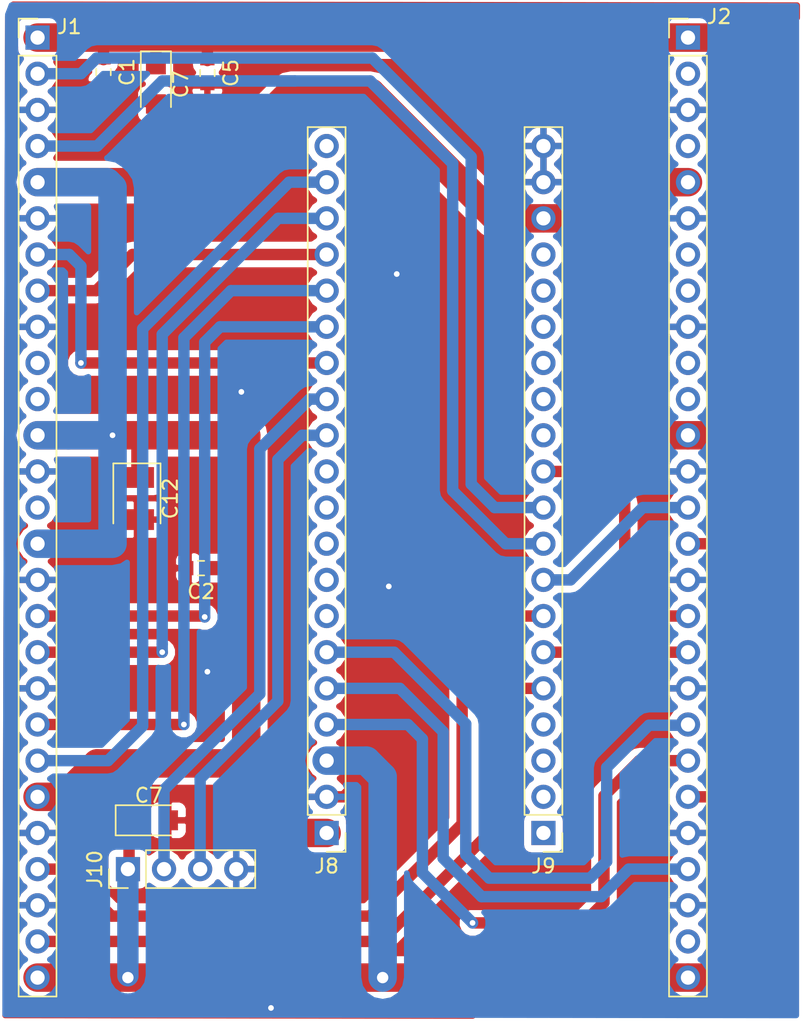
<source format=kicad_pcb>
(kicad_pcb (version 20211014) (generator pcbnew)
  (layers (0 "F.Cu" signal) (31 "B.Cu" signal) (34 "B.Paste" user) (35 "F.Paste" user) (36 "B.SilkS" user "B.Silkscreen") (37 "F.SilkS" user "F.Silkscreen") (38 "B.Mask" user) (39 "F.Mask" user) (44 "Edge.Cuts" user))
  (net 0 "")
  (net 1 "+5V")
  (net 2 "+3V3")
  (net 3 "GND")
  (net 4 "/ADC3_IN10")
  (net 5 "/ADC1_IN0")
  (net 6 "/TIM1_CH4")
  (net 7 "/TIM1_CH4N")
  (net 8 "/TIM1_CH3")
  (net 9 "/TIM1_CH3N")
  (net 10 "/TIM1_BKIN")
  (net 11 "/TIM1_CH2")
  (net 12 "/TIM1_CH2N")
  (net 13 "/TIM1_CH1")
  (net 14 "/TIM1_CH1N")
  (net 15 "/ADC1_IN4")
  (net 16 "/ADC2_IN9")
  (net 17 "/GPIO0")
  (net 18 "/GPIO1")
  (net 19 "/GPIO2")
  (net 20 "/GPIO3")
  (net 21 "/GPIO4")
  (net 22 "/GPIO5")
  (net 23 "/ADC1_IN3")
  (net 24 "/TIM3_FAN_PWM")
  (net 25 "/TIM2_FAN_PULSE")
  (net 26 "/TIM4_ENC_Z")
  (net 27 "/TIM4_ENC_A")
  (net 28 "/TIM4_ENC_B")
  (net 29 "/GPIO6")
  (net 30 "Net-(J8-Pad7)")
  (net 31 "Net-(J8-Pad8)")
  (net 32 "Net-(J8-Pad9)")
  (net 33 "Net-(J8-Pad10)")
  (net 34 "Net-(J8-Pad11)")
  (net 35 "/canTx")
  (net 36 "/canRX")
  (net 37 "Net-(J8-Pad20)")
  (net 38 "Net-(J9-Pad1)")
  (net 39 "Net-(J9-Pad2)")
  (net 40 "Net-(J9-Pad3)")
  (net 41 "Net-(J9-Pad4)")
  (net 42 "Net-(J9-Pad12)")
  (net 43 "Net-(J9-Pad13)")
  (net 44 "Net-(J9-Pad14)")
  (net 45 "/uartTx")
  (net 46 "/uartRx")
  (net 47 "Net-(J9-Pad17)")
  (footprint "Connector_PinHeader_2.54mm:PinHeader_1x27_P2.54mm_Vertical" (layer "F.Cu") (at 121.92 73.66)
    (fp_text reference "J2" (at 2.1844 -1.4732) (layer "F.SilkS"))
    (fp_text value "Conn_01x27")
    (fp_line (start -1.33 67.37) (end 1.33 67.37) (layer "F.SilkS") (width 0.12))
    (fp_line (start -1.33 1.27) (end 1.33 1.27) (layer "F.SilkS") (width 0.12))
    (fp_line (start 1.33 1.27) (end 1.33 67.37) (layer "F.SilkS") (width 0.12))
    (fp_line (start -1.33 1.27) (end -1.33 67.37) (layer "F.SilkS") (width 0.12))
    (fp_line (start -1.33 -1.33) (end 0 -1.33) (layer "F.SilkS") (width 0.12))
    (fp_line (start -1.33 0) (end -1.33 -1.33) (layer "F.SilkS") (width 0.12))
    (pad "1" thru_hole rect locked (at 0 0) (size 1.7 1.7) (drill 1) (layers *.Cu *.Mask) (net 1 "+5V"))
    (pad "2" thru_hole oval locked (at 0 2.54) (size 1.7 1.7) (drill 1) (layers *.Cu *.Mask) (net 17 "/GPIO0"))
    (pad "3" thru_hole oval locked (at 0 5.08) (size 1.7 1.7) (drill 1) (layers *.Cu *.Mask) (net 3 "GND"))
    (pad "4" thru_hole oval locked (at 0 7.62) (size 1.7 1.7) (drill 1) (layers *.Cu *.Mask) (net 18 "/GPIO1"))
    (pad "5" thru_hole oval locked (at 0 10.16) (size 1.7 1.7) (drill 1) (layers *.Cu *.Mask) (net 2 "+3V3"))
    (pad "6" thru_hole oval locked (at 0 12.7) (size 1.7 1.7) (drill 1) (layers *.Cu *.Mask) (net 3 "GND"))
    (pad "7" thru_hole oval locked (at 0 15.24) (size 1.7 1.7) (drill 1) (layers *.Cu *.Mask) (net 19 "/GPIO2"))
    (pad "8" thru_hole oval locked (at 0 17.78) (size 1.7 1.7) (drill 1) (layers *.Cu *.Mask) (net 20 "/GPIO3"))
    (pad "9" thru_hole oval locked (at 0 20.32) (size 1.7 1.7) (drill 1) (layers *.Cu *.Mask) (net 3 "GND"))
    (pad "10" thru_hole oval locked (at 0 22.86) (size 1.7 1.7) (drill 1) (layers *.Cu *.Mask) (net 21 "/GPIO4"))
    (pad "11" thru_hole oval locked (at 0 25.4) (size 1.7 1.7) (drill 1) (layers *.Cu *.Mask) (net 22 "/GPIO5"))
    (pad "12" thru_hole oval locked (at 0 27.94) (size 1.7 1.7) (drill 1) (layers *.Cu *.Mask) (net 2 "+3V3"))
    (pad "13" thru_hole oval locked (at 0 30.48) (size 1.7 1.7) (drill 1) (layers *.Cu *.Mask) (net 3 "GND"))
    (pad "14" thru_hole oval locked (at 0 33.02) (size 1.7 1.7) (drill 1) (layers *.Cu *.Mask) (net 23 "/ADC1_IN3"))
    (pad "15" thru_hole oval locked (at 0 35.56) (size 1.7 1.7) (drill 1) (layers *.Cu *.Mask) (net 2 "+3V3"))
    (pad "16" thru_hole oval locked (at 0 38.1) (size 1.7 1.7) (drill 1) (layers *.Cu *.Mask) (net 3 "GND"))
    (pad "17" thru_hole oval locked (at 0 40.64) (size 1.7 1.7) (drill 1) (layers *.Cu *.Mask) (net 24 "/TIM3_FAN_PWM"))
    (pad "18" thru_hole oval locked (at 0 43.18) (size 1.7 1.7) (drill 1) (layers *.Cu *.Mask) (net 25 "/TIM2_FAN_PULSE"))
    (pad "19" thru_hole oval locked (at 0 45.72) (size 1.7 1.7) (drill 1) (layers *.Cu *.Mask) (net 3 "GND"))
    (pad "20" thru_hole oval locked (at 0 48.26) (size 1.7 1.7) (drill 1) (layers *.Cu *.Mask) (net 26 "/TIM4_ENC_Z"))
    (pad "21" thru_hole oval locked (at 0 50.8) (size 1.7 1.7) (drill 1) (layers *.Cu *.Mask) (net 27 "/TIM4_ENC_A"))
    (pad "22" thru_hole oval locked (at 0 53.34) (size 1.7 1.7) (drill 1) (layers *.Cu *.Mask) (net 2 "+3V3"))
    (pad "23" thru_hole oval locked (at 0 55.88) (size 1.7 1.7) (drill 1) (layers *.Cu *.Mask) (net 3 "GND"))
    (pad "24" thru_hole oval locked (at 0 58.42) (size 1.7 1.7) (drill 1) (layers *.Cu *.Mask) (net 28 "/TIM4_ENC_B"))
    (pad "25" thru_hole oval locked (at 0 60.96) (size 1.7 1.7) (drill 1) (layers *.Cu *.Mask) (net 3 "GND"))
    (pad "26" thru_hole oval locked (at 0 63.5) (size 1.7 1.7) (drill 1) (layers *.Cu *.Mask) (net 29 "/GPIO6"))
    (pad "27" thru_hole oval locked (at 0 66.04) (size 1.7 1.7) (drill 1) (layers *.Cu *.Mask) (net 1 "+5V"))
  )
  (footprint "Connector_PinHeader_2.54mm:PinHeader_1x20_P2.54mm_Vertical" (layer "F.Cu") (at 96.52 129.54 180)
    (fp_text reference "J8" (at 0 -2.33 180) (layer "F.SilkS"))
    (fp_text value "Conn_01x20")
    (fp_line (start -1.33 1.27) (end -1.33 49.59) (layer "F.SilkS") (width 0.12))
    (fp_line (start -1.33 49.59) (end 1.33 49.59) (layer "F.SilkS") (width 0.12))
    (fp_line (start -1.33 1.27) (end 1.33 1.27) (layer "F.SilkS") (width 0.12))
    (fp_line (start -1.33 0) (end -1.33 -1.33) (layer "F.SilkS") (width 0.12))
    (fp_line (start -1.33 -1.33) (end 0 -1.33) (layer "F.SilkS") (width 0.12))
    (fp_line (start 1.33 1.27) (end 1.33 49.59) (layer "F.SilkS") (width 0.12))
    (pad "1" thru_hole rect locked (at 0 0 180) (size 1.7 1.7) (drill 1) (layers *.Cu *.Mask) (net 2 "+3V3"))
    (pad "2" thru_hole oval locked (at 0 2.54 180) (size 1.7 1.7) (drill 1) (layers *.Cu *.Mask) (net 3 "GND"))
    (pad "3" thru_hole oval locked (at 0 5.08 180) (size 1.7 1.7) (drill 1) (layers *.Cu *.Mask) (net 1 "+5V"))
    (pad "4" thru_hole oval locked (at 0 7.62 180) (size 1.7 1.7) (drill 1) (layers *.Cu *.Mask) (net 27 "/TIM4_ENC_A"))
    (pad "5" thru_hole oval locked (at 0 10.16 180) (size 1.7 1.7) (drill 1) (layers *.Cu *.Mask) (net 28 "/TIM4_ENC_B"))
    (pad "6" thru_hole oval locked (at 0 12.7 180) (size 1.7 1.7) (drill 1) (layers *.Cu *.Mask) (net 26 "/TIM4_ENC_Z"))
    (pad "7" thru_hole oval locked (at 0 15.24 180) (size 1.7 1.7) (drill 1) (layers *.Cu *.Mask) (net 30 "Net-(J8-Pad7)"))
    (pad "8" thru_hole oval locked (at 0 17.78 180) (size 1.7 1.7) (drill 1) (layers *.Cu *.Mask) (net 31 "Net-(J8-Pad8)"))
    (pad "9" thru_hole oval locked (at 0 20.32 180) (size 1.7 1.7) (drill 1) (layers *.Cu *.Mask) (net 32 "Net-(J8-Pad9)"))
    (pad "10" thru_hole oval locked (at 0 22.86 180) (size 1.7 1.7) (drill 1) (layers *.Cu *.Mask) (net 33 "Net-(J8-Pad10)"))
    (pad "11" thru_hole oval locked (at 0 25.4 180) (size 1.7 1.7) (drill 1) (layers *.Cu *.Mask) (net 34 "Net-(J8-Pad11)"))
    (pad "12" thru_hole oval locked (at 0 27.94 180) (size 1.7 1.7) (drill 1) (layers *.Cu *.Mask) (net 35 "/canTx"))
    (pad "13" thru_hole oval locked (at 0 30.48 180) (size 1.7 1.7) (drill 1) (layers *.Cu *.Mask) (net 36 "/canRX"))
    (pad "14" thru_hole oval locked (at 0 33.02 180) (size 1.7 1.7) (drill 1) (layers *.Cu *.Mask) (net 6 "/TIM1_CH4"))
    (pad "15" thru_hole oval locked (at 0 35.56 180) (size 1.7 1.7) (drill 1) (layers *.Cu *.Mask) (net 11 "/TIM1_CH2"))
    (pad "16" thru_hole oval locked (at 0 38.1 180) (size 1.7 1.7) (drill 1) (layers *.Cu *.Mask) (net 13 "/TIM1_CH1"))
    (pad "17" thru_hole oval locked (at 0 40.64 180) (size 1.7 1.7) (drill 1) (layers *.Cu *.Mask) (net 7 "/TIM1_CH4N"))
    (pad "18" thru_hole oval locked (at 0 43.18 180) (size 1.7 1.7) (drill 1) (layers *.Cu *.Mask) (net 12 "/TIM1_CH2N"))
    (pad "19" thru_hole oval locked (at 0 45.72 180) (size 1.7 1.7) (drill 1) (layers *.Cu *.Mask) (net 14 "/TIM1_CH1N"))
    (pad "20" thru_hole oval locked (at 0 48.26 180) (size 1.7 1.7) (drill 1) (layers *.Cu *.Mask) (net 37 "Net-(J8-Pad20)"))
  )
  (footprint "Connector_PinHeader_2.54mm:PinHeader_1x20_P2.54mm_Vertical" (layer "F.Cu") (at 111.76 129.54 180)
    (fp_text reference "J9" (at 0 -2.33 180) (layer "F.SilkS"))
    (fp_text value "Conn_01x20")
    (fp_line (start -1.33 -1.33) (end 0 -1.33) (layer "F.SilkS") (width 0.12))
    (fp_line (start -1.33 1.27) (end 1.33 1.27) (layer "F.SilkS") (width 0.12))
    (fp_line (start -1.33 1.27) (end -1.33 49.59) (layer "F.SilkS") (width 0.12))
    (fp_line (start -1.33 49.59) (end 1.33 49.59) (layer "F.SilkS") (width 0.12))
    (fp_line (start -1.33 0) (end -1.33 -1.33) (layer "F.SilkS") (width 0.12))
    (fp_line (start 1.33 1.27) (end 1.33 49.59) (layer "F.SilkS") (width 0.12))
    (pad "1" thru_hole rect locked (at 0 0 180) (size 1.7 1.7) (drill 1) (layers *.Cu *.Mask) (net 38 "Net-(J9-Pad1)"))
    (pad "2" thru_hole oval locked (at 0 2.54 180) (size 1.7 1.7) (drill 1) (layers *.Cu *.Mask) (net 39 "Net-(J9-Pad2)"))
    (pad "3" thru_hole oval locked (at 0 5.08 180) (size 1.7 1.7) (drill 1) (layers *.Cu *.Mask) (net 40 "Net-(J9-Pad3)"))
    (pad "4" thru_hole oval locked (at 0 7.62 180) (size 1.7 1.7) (drill 1) (layers *.Cu *.Mask) (net 41 "Net-(J9-Pad4)"))
    (pad "5" thru_hole oval locked (at 0 10.16 180) (size 1.7 1.7) (drill 1) (layers *.Cu *.Mask) (net 16 "/ADC2_IN9"))
    (pad "6" thru_hole oval locked (at 0 12.7 180) (size 1.7 1.7) (drill 1) (layers *.Cu *.Mask) (net 25 "/TIM2_FAN_PULSE"))
    (pad "7" thru_hole oval locked (at 0 15.24 180) (size 1.7 1.7) (drill 1) (layers *.Cu *.Mask) (net 15 "/ADC1_IN4"))
    (pad "8" thru_hole oval locked (at 0 17.78 180) (size 1.7 1.7) (drill 1) (layers *.Cu *.Mask) (net 23 "/ADC1_IN3"))
    (pad "9" thru_hole oval locked (at 0 20.32 180) (size 1.7 1.7) (drill 1) (layers *.Cu *.Mask) (net 5 "/ADC1_IN0"))
    (pad "10" thru_hole oval locked (at 0 22.86 180) (size 1.7 1.7) (drill 1) (layers *.Cu *.Mask) (net 4 "/ADC3_IN10"))
    (pad "11" thru_hole oval locked (at 0 25.4 180) (size 1.7 1.7) (drill 1) (layers *.Cu *.Mask) (net 24 "/TIM3_FAN_PWM"))
    (pad "12" thru_hole oval locked (at 0 27.94 180) (size 1.7 1.7) (drill 1) (layers *.Cu *.Mask) (net 42 "Net-(J9-Pad12)"))
    (pad "13" thru_hole oval locked (at 0 30.48 180) (size 1.7 1.7) (drill 1) (layers *.Cu *.Mask) (net 43 "Net-(J9-Pad13)"))
    (pad "14" thru_hole oval locked (at 0 33.02 180) (size 1.7 1.7) (drill 1) (layers *.Cu *.Mask) (net 44 "Net-(J9-Pad14)"))
    (pad "15" thru_hole oval locked (at 0 35.56 180) (size 1.7 1.7) (drill 1) (layers *.Cu *.Mask) (net 45 "/uartTx"))
    (pad "16" thru_hole oval locked (at 0 38.1 180) (size 1.7 1.7) (drill 1) (layers *.Cu *.Mask) (net 46 "/uartRx"))
    (pad "17" thru_hole oval locked (at 0 40.64 180) (size 1.7 1.7) (drill 1) (layers *.Cu *.Mask) (net 47 "Net-(J9-Pad17)"))
    (pad "18" thru_hole oval locked (at 0 43.18 180) (size 1.7 1.7) (drill 1) (layers *.Cu *.Mask) (net 2 "+3V3"))
    (pad "19" thru_hole oval locked (at 0 45.72 180) (size 1.7 1.7) (drill 1) (layers *.Cu *.Mask) (net 3 "GND"))
    (pad "20" thru_hole oval locked (at 0 48.26 180) (size 1.7 1.7) (drill 1) (layers *.Cu *.Mask) (net 3 "GND"))
  )
  (footprint "Connector_PinHeader_2.54mm:PinHeader_1x04_P2.54mm_Vertical" (layer "F.Cu") (at 82.55 132.08 90)
    (fp_text reference "J10" (at 0 -2.33 90) (layer "F.SilkS"))
    (fp_text value "Conn_01x04")
    (fp_line (start -1.33 1.27) (end -1.33 8.95) (layer "F.SilkS") (width 0.12))
    (fp_line (start 1.33 1.27) (end 1.33 8.95) (layer "F.SilkS") (width 0.12))
    (fp_line (start -1.33 8.95) (end 1.33 8.95) (layer "F.SilkS") (width 0.12))
    (fp_line (start -1.33 -1.33) (end 0 -1.33) (layer "F.SilkS") (width 0.12))
    (fp_line (start -1.33 1.27) (end 1.33 1.27) (layer "F.SilkS") (width 0.12))
    (fp_line (start -1.33 0) (end -1.33 -1.33) (layer "F.SilkS") (width 0.12))
    (pad "1" thru_hole rect locked (at 0 0 90) (size 1.7 1.7) (drill 1) (layers *.Cu *.Mask) (net 1 "+5V"))
    (pad "2" thru_hole oval locked (at 0 2.54 90) (size 1.7 1.7) (drill 1) (layers *.Cu *.Mask) (net 36 "/canRX"))
    (pad "3" thru_hole oval locked (at 0 5.08 90) (size 1.7 1.7) (drill 1) (layers *.Cu *.Mask) (net 35 "/canTx"))
    (pad "4" thru_hole oval locked (at 0 7.62 90) (size 1.7 1.7) (drill 1) (layers *.Cu *.Mask) (net 3 "GND"))
  )
  (footprint "Connector_PinHeader_2.54mm:PinHeader_1x27_P2.54mm_Vertical" (layer "F.Cu") (at 76.2 73.66)
    (fp_text reference "J1" (at 2.2352 -0.762) (layer "F.SilkS"))
    (fp_text value "Conn_01x27")
    (fp_line (start -1.33 0) (end -1.33 -1.33) (layer "F.SilkS") (width 0.12))
    (fp_line (start -1.33 1.27) (end -1.33 67.37) (layer "F.SilkS") (width 0.12))
    (fp_line (start 1.33 1.27) (end 1.33 67.37) (layer "F.SilkS") (width 0.12))
    (fp_line (start -1.33 1.27) (end 1.33 1.27) (layer "F.SilkS") (width 0.12))
    (fp_line (start -1.33 -1.33) (end 0 -1.33) (layer "F.SilkS") (width 0.12))
    (fp_line (start -1.33 67.37) (end 1.33 67.37) (layer "F.SilkS") (width 0.12))
    (pad "1" thru_hole rect locked (at 0 0) (size 1.7 1.7) (drill 1) (layers *.Cu *.Mask) (net 1 "+5V"))
    (pad "2" thru_hole oval locked (at 0 2.54) (size 1.7 1.7) (drill 1) (layers *.Cu *.Mask) (net 4 "/ADC3_IN10"))
    (pad "3" thru_hole oval locked (at 0 5.08) (size 1.7 1.7) (drill 1) (layers *.Cu *.Mask) (net 3 "GND"))
    (pad "4" thru_hole oval locked (at 0 7.62) (size 1.7 1.7) (drill 1) (layers *.Cu *.Mask) (net 5 "/ADC1_IN0"))
    (pad "5" thru_hole oval locked (at 0 10.16) (size 1.7 1.7) (drill 1) (layers *.Cu *.Mask) (net 2 "+3V3"))
    (pad "6" thru_hole oval locked (at 0 12.7) (size 1.7 1.7) (drill 1) (layers *.Cu *.Mask) (net 3 "GND"))
    (pad "7" thru_hole oval locked (at 0 15.24) (size 1.7 1.7) (drill 1) (layers *.Cu *.Mask) (net 6 "/TIM1_CH4"))
    (pad "8" thru_hole oval locked (at 0 17.78) (size 1.7 1.7) (drill 1) (layers *.Cu *.Mask) (net 7 "/TIM1_CH4N"))
    (pad "9" thru_hole oval locked (at 0 20.32) (size 1.7 1.7) (drill 1) (layers *.Cu *.Mask) (net 3 "GND"))
    (pad "10" thru_hole oval locked (at 0 22.86) (size 1.7 1.7) (drill 1) (layers *.Cu *.Mask) (net 8 "/TIM1_CH3"))
    (pad "11" thru_hole oval locked (at 0 25.4) (size 1.7 1.7) (drill 1) (layers *.Cu *.Mask) (net 9 "/TIM1_CH3N"))
    (pad "12" thru_hole oval locked (at 0 27.94) (size 1.7 1.7) (drill 1) (layers *.Cu *.Mask) (net 2 "+3V3"))
    (pad "13" thru_hole oval locked (at 0 30.48) (size 1.7 1.7) (drill 1) (layers *.Cu *.Mask) (net 3 "GND"))
    (pad "14" thru_hole oval locked (at 0 33.02) (size 1.7 1.7) (drill 1) (layers *.Cu *.Mask) (net 10 "/TIM1_BKIN"))
    (pad "15" thru_hole oval locked (at 0 35.56) (size 1.7 1.7) (drill 1) (layers *.Cu *.Mask) (net 2 "+3V3"))
    (pad "16" thru_hole oval locked (at 0 38.1) (size 1.7 1.7) (drill 1) (layers *.Cu *.Mask) (net 3 "GND"))
    (pad "17" thru_hole oval locked (at 0 40.64) (size 1.7 1.7) (drill 1) (layers *.Cu *.Mask) (net 11 "/TIM1_CH2"))
    (pad "18" thru_hole oval locked (at 0 43.18) (size 1.7 1.7) (drill 1) (layers *.Cu *.Mask) (net 12 "/TIM1_CH2N"))
    (pad "19" thru_hole oval locked (at 0 45.72) (size 1.7 1.7) (drill 1) (layers *.Cu *.Mask) (net 3 "GND"))
    (pad "20" thru_hole oval locked (at 0 48.26) (size 1.7 1.7) (drill 1) (layers *.Cu *.Mask) (net 13 "/TIM1_CH1"))
    (pad "21" thru_hole oval locked (at 0 50.8) (size 1.7 1.7) (drill 1) (layers *.Cu *.Mask) (net 14 "/TIM1_CH1N"))
    (pad "22" thru_hole oval locked (at 0 53.34) (size 1.7 1.7) (drill 1) (layers *.Cu *.Mask) (net 2 "+3V3"))
    (pad "23" thru_hole oval locked (at 0 55.88) (size 1.7 1.7) (drill 1) (layers *.Cu *.Mask) (net 3 "GND"))
    (pad "24" thru_hole oval locked (at 0 58.42) (size 1.7 1.7) (drill 1) (layers *.Cu *.Mask) (net 15 "/ADC1_IN4"))
    (pad "25" thru_hole oval locked (at 0 60.96) (size 1.7 1.7) (drill 1) (layers *.Cu *.Mask) (net 3 "GND"))
    (pad "26" thru_hole oval locked (at 0 63.5) (size 1.7 1.7) (drill 1) (layers *.Cu *.Mask) (net 16 "/ADC2_IN9"))
    (pad "27" thru_hole oval locked (at 0 66.04) (size 1.7 1.7) (drill 1) (layers *.Cu *.Mask) (net 1 "+5V"))
  )
  (footprint "Capacitor_SMD:C_0603_1608Metric" (layer "F.Cu") (at 80.8355 76.087 -90)
    (fp_text reference "C1" (at 0 -1.65 -90) (layer "F.SilkS"))
    (fp_text value "470pF")
    (fp_line (start -0.22 -0.51) (end 0.22 -0.51) (layer "F.SilkS") (width 0.12))
    (fp_line (start -0.22 0.51) (end 0.22 0.51) (layer "F.SilkS") (width 0.12))
    (pad "1" smd rect locked (at -0.875 0 270) (size 0.67 1) (layers "F.Cu" "F.Paste" "F.Mask") (net 1 "+5V"))
    (pad "2" smd rect locked (at 0.875 0 270) (size 0.67 1) (layers "F.Cu" "F.Paste" "F.Mask") (net 3 "GND"))
  )
  (footprint "Capacitor_SMD:C_0603_1608Metric" (layer "F.Cu") (at 87.6935 110.9345 180)
    (fp_text reference "C2" (at 0 -1.65 180) (layer "F.SilkS"))
    (fp_text value "0.1uF")
    (fp_line (start -0.22 -0.51) (end 0.22 -0.51) (layer "F.SilkS") (width 0.12))
    (fp_line (start -0.22 0.51) (end 0.22 0.51) (layer "F.SilkS") (width 0.12))
    (pad "1" smd rect locked (at -0.875 0 180) (size 0.67 1) (layers "F.Cu" "F.Paste" "F.Mask") (net 2 "+3V3"))
    (pad "2" smd rect locked (at 0.875 0 180) (size 0.67 1) (layers "F.Cu" "F.Paste" "F.Mask") (net 3 "GND"))
  )
  (footprint "Capacitor_SMD:C_0603_1608Metric" (layer "F.Cu") (at 88.138 76.1505 -90)
    (fp_text reference "C5" (at 0 -1.65 -90) (layer "F.SilkS"))
    (fp_text value "0.1uF")
    (fp_line (start -0.22 0.51) (end 0.22 0.51) (layer "F.SilkS") (width 0.12))
    (fp_line (start -0.22 -0.51) (end 0.22 -0.51) (layer "F.SilkS") (width 0.12))
    (pad "1" smd rect locked (at -0.875 0 270) (size 0.67 1) (layers "F.Cu" "F.Paste" "F.Mask") (net 1 "+5V"))
    (pad "2" smd rect locked (at 0.875 0 270) (size 0.67 1) (layers "F.Cu" "F.Paste" "F.Mask") (net 3 "GND"))
  )
  (footprint "Capacitor_Tantalum_SMD:CP_EIA-3216-18_Kemet-A" (layer "F.Cu") (at 84.5185 76.945 -90)
    (fp_text reference "C7" (at 0 -1.75 -90) (layer "F.SilkS"))
    (fp_text value "22uF 6.3V")
    (fp_line (start 1.6 -1.06) (end -2.32 -1.06) (layer "F.SilkS") (width 0.12))
    (fp_line (start -2.32 1.06) (end 1.6 1.06) (layer "F.SilkS") (width 0.12))
    (fp_line (start -2.32 -1.06) (end -2.32 1.06) (layer "F.SilkS") (width 0.12))
    (pad "1" smd rect locked (at -1.38 0 270) (size 1.36 1.4) (layers "F.Cu" "F.Paste" "F.Mask") (net 1 "+5V"))
    (pad "2" smd rect locked (at 1.38 0 270) (size 1.36 1.4) (layers "F.Cu" "F.Paste" "F.Mask") (net 3 "GND"))
  )
  (footprint "Capacitor_Tantalum_SMD:CP_EIA-3528-21_Kemet-B" (layer "F.Cu") (at 83.185 106.045 -90)
    (fp_text reference "C12" (at 0 -2.35 -90) (layer "F.SilkS"))
    (fp_text value "220uF 4V")
    (fp_line (start -2.47 1.66) (end 1.75 1.66) (layer "F.SilkS") (width 0.12))
    (fp_line (start -2.47 -1.66) (end -2.47 1.66) (layer "F.SilkS") (width 0.12))
    (fp_line (start 1.75 -1.66) (end -2.47 -1.66) (layer "F.SilkS") (width 0.12))
    (pad "1" smd rect locked (at -1.48 0 270) (size 1.46 2.4) (layers "F.Cu" "F.Paste" "F.Mask") (net 2 "+3V3"))
    (pad "2" smd rect locked (at 1.48 0 270) (size 1.46 2.4) (layers "F.Cu" "F.Paste" "F.Mask") (net 3 "GND"))
  )
  (footprint "Capacitor_Tantalum_SMD:CP_EIA-3216-18_Kemet-A" (layer "F.Cu") (at 84.0105 128.651)
    (fp_text reference "C7" (at 0 -1.75) (layer "F.SilkS"))
    (fp_text value "22uF 6.3V")
    (fp_line (start -2.32 -1.06) (end -2.32 1.06) (layer "F.SilkS") (width 0.12))
    (fp_line (start -2.32 1.06) (end 1.6 1.06) (layer "F.SilkS") (width 0.12))
    (fp_line (start 1.6 -1.06) (end -2.32 -1.06) (layer "F.SilkS") (width 0.12))
    (pad "1" smd rect locked (at -1.38 0) (size 1.36 1.4) (layers "F.Cu" "F.Paste" "F.Mask") (net 1 "+5V"))
    (pad "2" smd rect locked (at 1.38 0) (size 1.36 1.4) (layers "F.Cu" "F.Paste" "F.Mask") (net 3 "GND"))
  )
  (gr_text "svtmishin" (at 112.776 141.6685) (layer "F.Cu") (effects (font (size 1.3 1.5) (thickness 0.3))))
  (segment (start 82.6305 131.9995) (end 82.55 132.08) (width 0.8) (layer "F.Cu") (net 1))
  (segment (start 76.2 139.7) (end 81.28 139.7) (width 0.8) (layer "F.Cu") (net 1))
  (segment (start 82.677 139.7) (end 82.55 139.7) (width 0.8) (layer "F.Cu") (net 1))
  (segment (start 80.8355 75.212) (end 80.8355 73.787) (width 0.8) (layer "F.Cu") (net 1))
  (segment (start 120.02 73.66) (end 121.92 73.66) (width 0.8) (layer "F.Cu") (net 1))
  (segment (start 121.92 139.7) (end 100.457 139.7) (width 2) (layer "F.Cu") (net 1))
  (segment (start 85.979 139.7) (end 82.55 139.7) (width 2) (layer "F.Cu") (net 1))
  (segment (start 88.138 74.1405) (end 88.138 73.66) (width 0.8) (layer "F.Cu") (net 1))
  (segment (start 76.2 139.7) (end 82.55 139.7) (width 2) (layer "F.Cu") (net 1))
  (segment (start 118.491 73.66) (end 121.92 73.66) (width 2) (layer "F.Cu") (net 1))
  (segment (start 93.5355 139.7) (end 85.979 139.7) (width 2) (layer "F.Cu") (net 1))
  (segment (start 88.138 73.66) (end 118.491 73.66) (width 2) (layer "F.Cu") (net 1))
  (segment (start 128.651 73.66) (end 121.92 73.66) (width 2) (layer "F.Cu") (net 1))
  (segment (start 118.491 73.66) (end 120.02 73.66) (width 2) (layer "F.Cu") (net 1))
  (segment (start 80.9625 73.66) (end 84.5185 73.66) (width 2) (layer "F.Cu") (net 1))
  (segment (start 82.6135 139.6365) (end 82.677 139.7) (width 0.8) (layer "F.Cu") (net 1))
  (segment (start 76.2 73.66) (end 80.9625 73.66) (width 2) (layer "F.Cu") (net 1))
  (segment (start 85.979 139.7) (end 84.201002 139.7) (width 0.8) (layer "F.Cu") (net 1))
  (segment (start 88.138 75.2755) (end 88.138 74.1405) (width 0.8) (layer "F.Cu") (net 1))
  (segment (start 84.5185 75.565) (end 84.5185 74.085) (width 0.8) (layer "F.Cu") (net 1))
  (segment (start 80.8355 73.787) (end 80.9625 73.66) (width 0.8) (layer "F.Cu") (net 1))
  (segment (start 84.5185 73.66) (end 88.138 73.66) (width 2) (layer "F.Cu") (net 1))
  (segment (start 128.651 139.7) (end 128.651 73.66) (width 2) (layer "F.Cu") (net 1))
  (segment (start 121.92 139.7) (end 128.651 139.7) (width 2) (layer "F.Cu") (net 1))
  (segment (start 84.5185 74.085) (end 84.5185 73.66) (width 0.8) (layer "F.Cu") (net 1))
  (segment (start 82.6305 128.651) (end 82.6305 131.9995) (width 0.8) (layer "F.Cu") (net 1))
  (segment (start 100.457 139.7) (end 93.5355 139.7) (width 2) (layer "F.Cu") (net 1))
  (via (at 100.457 139.7) (size 0.8) (drill 0.9) (layers "F.Cu" "B.Cu") (net 1))
  (via (at 82.55 139.7) (size 1.2) (drill 0.8) (layers "F.Cu" "B.Cu") (net 1))
  (segment (start 96.52 124.46) (end 99.314 124.46) (width 2) (layer "B.Cu") (net 1))
  (segment (start 99.314 124.46) (end 100.457 125.603) (width 2) (layer "B.Cu") (net 1))
  (segment (start 82.677 139.7) (end 82.55 139.7) (width 0.8) (layer "B.Cu") (net 1))
  (segment (start 100.457 125.603) (end 100.457 139.7) (width 2) (layer "B.Cu") (net 1))
  (segment (start 82.55 132.08) (end 82.55 139.573) (width 1.5) (layer "B.Cu") (net 1))
  (segment (start 82.55 139.573) (end 82.677 139.7) (width 0.8) (layer "B.Cu") (net 1))
  (segment (start 111.76 86.36) (end 116.713 86.36) (width 2) (layer "F.Cu") (net 2))
  (segment (start 76.2 127) (end 78.0415 127) (width 2) (layer "F.Cu") (net 2))
  (segment (start 89.7035 110.9345) (end 90.8685 110.9345) (width 0.8) (layer "F.Cu") (net 2))
  (segment (start 124.46 109.22) (end 121.92 109.22) (width 0.8) (layer "F.Cu") (net 2))
  (segment (start 124.3965 101.6) (end 121.92 101.6) (width 2) (layer "F.Cu") (net 2))
  (segment (start 82.931 101.6) (end 76.2 101.6) (width 2) (layer "F.Cu") (net 2))
  (segment (start 83.185 101.854) (end 82.931 101.6) (width 0.8) (layer "F.Cu") (net 2))
  (segment (start 90.8685 126.9365) (end 90.8685 124.6505) (width 2) (layer "F.Cu") (net 2))
  (segment (start 90.8685 110.9345) (end 90.8685 101.6) (width 2) (layer "F.Cu") (net 2))
  (segment (start 93.98 77.5335) (end 87.6935 83.82) (width 2) (layer "F.Cu") (net 2))
  (segment (start 93.472 129.54) (end 90.8685 126.9365) (width 2) (layer "F.Cu") (net 2))
  (segment (start 111.76 86.36) (end 108.458 86.36) (width 2) (layer "F.Cu") (net 2))
  (segment (start 121.92 101.6) (end 118.11 101.6) (width 0.8) (layer "F.Cu") (net 2))
  (segment (start 119.253 83.82) (end 121.92 83.82) (width 2) (layer "F.Cu") (net 2))
  (segment (start 88.5685 110.9345) (end 89.7035 110.9345) (width 0.8) (layer "F.Cu") (net 2))
  (segment (start 83.185 104.565) (end 83.185 101.854) (width 0.8) (layer "F.Cu") (net 2))
  (segment (start 124.46 127) (end 124.46 109.22) (width 2) (layer "F.Cu") (net 2))
  (segment (start 90.8685 101.6) (end 82.931 101.6) (width 2) (layer "F.Cu") (net 2))
  (segment (start 116.713 86.36) (end 116.713 101.6) (width 2) (layer "F.Cu") (net 2))
  (segment (start 90.8685 124.6505) (end 90.8685 110.9345) (width 2) (layer "F.Cu") (net 2))
  (segment (start 121.92 127) (end 124.46 127) (width 0.8) (layer "F.Cu") (net 2))
  (segment (start 116.713 101.6) (end 121.92 101.6) (width 2) (layer "F.Cu") (net 2))
  (segment (start 99.6315 77.5335) (end 93.98 77.5335) (width 2) (layer "F.Cu") (net 2))
  (segment (start 124.46 101.6635) (end 124.3965 101.6) (width 0.8) (layer "F.Cu") (net 2))
  (segment (start 96.52 129.54) (end 93.472 129.54) (width 2) (layer "F.Cu") (net 2))
  (segment (start 78.0415 127) (end 80.391 124.6505) (width 2) (layer "F.Cu") (net 2))
  (segment (start 124.46 109.22) (end 124.46 101.6635) (width 2) (layer "F.Cu") (net 2))
  (segment (start 80.391 124.6505) (end 90.8685 124.6505) (width 2) (layer "F.Cu") (net 2))
  (segment (start 108.458 86.36) (end 99.6315 77.5335) (width 2) (layer "F.Cu") (net 2))
  (segment (start 87.6935 83.82) (end 76.2 83.82) (width 2) (layer "F.Cu") (net 2))
  (segment (start 116.713 86.36) (end 119.253 83.82) (width 2) (layer "F.Cu") (net 2))
  (via (at 81.4705 101.6) (size 0.8) (drill 0.4) (layers "F.Cu" "B.Cu") (net 2))
  (segment (start 81.2165 83.947) (end 81.0895 83.82) (width 0.8) (layer "B.Cu") (net 2))
  (segment (start 78.367504 101.6) (end 81.4705 101.6) (width 2) (layer "B.Cu") (net 2))
  (segment (start 81.4705 98.497004) (end 81.4705 84.201) (width 2) (layer "B.Cu") (net 2))
  (segment (start 81.0895 83.82) (end 76.2 83.82) (width 2) (layer "B.Cu") (net 2))
  (segment (start 81.4705 84.201) (end 81.2165 83.947) (width 2) (layer "B.Cu") (net 2))
  (segment (start 81.4705 109.2073) (end 81.4578 109.22) (width 0.8) (layer "B.Cu") (net 2))
  (segment (start 76.2 101.6) (end 78.367504 101.6) (width 2) (layer "B.Cu") (net 2))
  (segment (start 81.4705 101.6) (end 81.4705 109.2073) (width 2) (layer "B.Cu") (net 2))
  (segment (start 81.4578 109.22) (end 76.2 109.22) (width 2) (layer "B.Cu") (net 2))
  (segment (start 81.4705 98.497004) (end 81.4705 101.6) (width 2) (layer "B.Cu") (net 2))
  (segment (start 100.8888 123.833281) (end 100.8888 112.2172) (width 0.8) (layer "F.Cu") (net 3))
  (segment (start 97.722081 127) (end 100.8888 123.833281) (width 0.8) (layer "F.Cu") (net 3))
  (segment (start 96.52 127) (end 97.722081 127) (width 0.8) (layer "F.Cu") (net 3))
  (via (at 101.4476 90.2716) (size 0.8) (drill 0.4) (layers "F.Cu" "B.Cu") (net 3))
  (via (at 92.6084 141.8336) (size 0.8) (drill 0.4) (layers "F.Cu" "B.Cu") (net 3))
  (via (at 88.138 118.2116) (size 0.8) (drill 0.4) (layers "F.Cu" "B.Cu") (net 3))
  (via (at 90.5256 98.552) (size 0.8) (drill 0.4) (layers "F.Cu" "B.Cu") (net 3))
  (via (at 100.8888 112.2172) (size 0.8) (drill 0.4) (layers "F.Cu" "B.Cu") (net 3))
  (segment (start 106.68 105.029) (end 108.331 106.68) (width 0.8) (layer "B.Cu") (net 4))
  (segment (start 79.248 76.2) (end 80.347999 75.100001) (width 0.8) (layer "B.Cu") (net 4))
  (segment (start 76.2 76.2) (end 79.248 76.2) (width 0.8) (layer "B.Cu") (net 4))
  (segment (start 106.68 82.042) (end 106.68 105.029) (width 0.8) (layer "B.Cu") (net 4))
  (segment (start 108.331 106.68) (end 111.76 106.68) (width 0.8) (layer "B.Cu") (net 4))
  (segment (start 80.347999 75.100001) (end 99.738001 75.100001) (width 0.8) (layer "B.Cu") (net 4))
  (segment (start 99.738001 75.100001) (end 106.68 82.042) (width 0.8) (layer "B.Cu") (net 4))
  (segment (start 80.391 81.28) (end 84.963 76.708) (width 0.8) (layer "B.Cu") (net 5))
  (segment (start 110.557919 109.22) (end 111.76 109.22) (width 0.8) (layer "B.Cu") (net 5))
  (segment (start 105.379989 82.509771) (end 105.379989 105.496771) (width 0.8) (layer "B.Cu") (net 5))
  (segment (start 109.103218 109.22) (end 110.557919 109.22) (width 0.8) (layer "B.Cu") (net 5))
  (segment (start 105.379989 105.496771) (end 109.103218 109.22) (width 0.8) (layer "B.Cu") (net 5))
  (segment (start 94.2975 76.708) (end 99.578218 76.708) (width 0.8) (layer "B.Cu") (net 5))
  (segment (start 90.328634 76.708) (end 94.2975 76.708) (width 0.8) (layer "B.Cu") (net 5))
  (segment (start 84.963 76.708) (end 94.2975 76.708) (width 0.8) (layer "B.Cu") (net 5))
  (segment (start 99.578218 76.708) (end 105.379989 82.509771) (width 0.8) (layer "B.Cu") (net 5))
  (segment (start 76.2 81.28) (end 80.391 81.28) (width 0.8) (layer "B.Cu") (net 5))
  (segment (start 96.52 96.52) (end 79.247998 96.52) (width 0.8) (layer "F.Cu") (net 6))
  (via (at 79.247998 96.52) (size 0.8) (drill 0.4) (layers "F.Cu" "B.Cu") (net 6))
  (segment (start 79.247998 89.725498) (end 79.247998 95.954315) (width 0.8) (layer "B.Cu") (net 6))
  (segment (start 78.4225 88.9) (end 79.247998 89.725498) (width 0.8) (layer "B.Cu") (net 6))
  (segment (start 76.2 88.9) (end 78.4225 88.9) (width 0.8) (layer "B.Cu") (net 6))
  (segment (start 79.247998 95.954315) (end 79.247998 96.52) (width 0.8) (layer "B.Cu") (net 6))
  (segment (start 96.52 88.9) (end 82.8675 88.9) (width 0.8) (layer "F.Cu") (net 7))
  (segment (start 82.8675 88.9) (end 80.3275 91.44) (width 0.8) (layer "F.Cu") (net 7))
  (segment (start 76.2 91.44) (end 80.3275 91.44) (width 0.8) (layer "F.Cu") (net 7))
  (segment (start 87.884 114.3) (end 87.9475 114.3635) (width 0.8) (layer "F.Cu") (net 11))
  (segment (start 76.2 114.3) (end 87.884 114.3) (width 0.8) (layer "F.Cu") (net 11))
  (via (at 87.9475 114.3635) (size 0.8) (drill 0.4) (layers "F.Cu" "B.Cu") (net 11))
  (segment (start 87.9475 95.0595) (end 87.9475 113.797815) (width 0.8) (layer "B.Cu") (net 11))
  (segment (start 96.52 93.98) (end 89.027 93.98) (width 0.8) (layer "B.Cu") (net 11))
  (segment (start 87.9475 113.797815) (end 87.9475 114.3635) (width 0.8) (layer "B.Cu") (net 11))
  (segment (start 89.027 93.98) (end 87.9475 95.0595) (width 0.8) (layer "B.Cu") (net 11))
  (segment (start 76.2 116.84) (end 84.962998 116.84) (width 0.8) (layer "F.Cu") (net 12))
  (segment (start 84.962998 116.84) (end 84.963 116.839998) (width 0.8) (layer "F.Cu") (net 12))
  (via (at 84.963 116.839998) (size 0.8) (drill 0.4) (layers "F.Cu" "B.Cu") (net 12))
  (segment (start 84.963 116.274313) (end 84.963 116.839998) (width 0.8) (layer "B.Cu") (net 12))
  (segment (start 96.52 86.36) (end 93.111436 86.36) (width 0.8) (layer "B.Cu") (net 12))
  (segment (start 93.111436 86.36) (end 84.963 94.508436) (width 0.8) (layer "B.Cu") (net 12))
  (segment (start 84.963 94.508436) (end 84.963 116.274313) (width 0.8) (layer "B.Cu") (net 12))
  (segment (start 76.2 121.92) (end 86.487 121.92) (width 0.8) (layer "F.Cu") (net 13))
  (via (at 86.487 121.92) (size 0.8) (drill 0.4) (layers "F.Cu" "B.Cu") (net 13))
  (segment (start 96.52 91.44) (end 89.799218 91.44) (width 0.8) (layer "B.Cu") (net 13))
  (segment (start 86.487 121.354315) (end 86.487 121.92) (width 0.8) (layer "B.Cu") (net 13))
  (segment (start 89.799218 91.44) (end 86.487 94.752218) (width 0.8) (layer "B.Cu") (net 13))
  (segment (start 86.487 94.752218) (end 86.487 121.354315) (width 0.8) (layer "B.Cu") (net 13))
  (segment (start 95.317919 83.82) (end 96.52 83.82) (width 0.8) (layer "B.Cu") (net 14))
  (segment (start 93.883654 83.82) (end 95.317919 83.82) (width 0.8) (layer "B.Cu") (net 14))
  (segment (start 81.153 124.46) (end 83.589513 122.023487) (width 0.8) (layer "B.Cu") (net 14))
  (segment (start 83.589513 94.114141) (end 93.883654 83.82) (width 0.8) (layer "B.Cu") (net 14))
  (segment (start 76.2 124.46) (end 81.153 124.46) (width 0.8) (layer "B.Cu") (net 14))
  (segment (start 83.589513 122.023487) (end 83.589513 94.114141) (width 0.8) (layer "B.Cu") (net 14))
  (segment (start 76.2 132.08) (end 78.1 132.08) (width 0.8) (layer "F.Cu") (net 15))
  (segment (start 106.045 116.499968) (end 108.244968 114.3) (width 0.8) (layer "F.Cu") (net 15))
  (segment (start 81.402 135.382) (end 99.568 135.382) (width 0.8) (layer "F.Cu") (net 15))
  (segment (start 99.568 135.382) (end 106.045 128.905) (width 0.8) (layer "F.Cu") (net 15))
  (segment (start 78.1 132.08) (end 81.402 135.382) (width 0.8) (layer "F.Cu") (net 15))
  (segment (start 106.045 128.905) (end 106.045 116.499968) (width 0.8) (layer "F.Cu") (net 15))
  (segment (start 108.244968 114.3) (end 111.76 114.3) (width 0.8) (layer "F.Cu") (net 15))
  (segment (start 108.585 128.905) (end 108.585 120.935634) (width 0.8) (layer "F.Cu") (net 16))
  (segment (start 76.2 137.16) (end 100.33 137.16) (width 0.8) (layer "F.Cu") (net 16))
  (segment (start 100.33 137.16) (end 108.585 128.905) (width 0.8) (layer "F.Cu") (net 16))
  (segment (start 110.140634 119.38) (end 111.76 119.38) (width 0.8) (layer "F.Cu") (net 16))
  (segment (start 108.585 120.935634) (end 110.140634 119.38) (width 0.8) (layer "F.Cu") (net 16))
  (segment (start 121.92 106.68) (end 118.745 106.68) (width 0.8) (layer "B.Cu") (net 23))
  (segment (start 118.745 106.68) (end 113.665 111.76) (width 0.8) (layer "B.Cu") (net 23))
  (segment (start 113.665 111.76) (end 111.76 111.76) (width 0.8) (layer "B.Cu") (net 23))
  (segment (start 117.475 106.3625) (end 117.475 112.5855) (width 0.8) (layer "F.Cu") (net 24))
  (segment (start 117.475 112.5855) (end 119.1895 114.3) (width 0.8) (layer "F.Cu") (net 24))
  (segment (start 115.2525 104.14) (end 117.475 106.3625) (width 0.8) (layer "F.Cu") (net 24))
  (segment (start 111.76 104.14) (end 115.2525 104.14) (width 0.8) (layer "F.Cu") (net 24))
  (segment (start 119.1895 114.3) (end 121.92 114.3) (width 0.8) (layer "F.Cu") (net 24))
  (segment (start 111.76 116.84) (end 121.92 116.84) (width 0.8) (layer "F.Cu") (net 25))
  (segment (start 106.299 121.876936) (end 106.299 131.064) (width 0.8) (layer "B.Cu") (net 26))
  (segment (start 121.8692 121.9708) (end 121.92 121.92) (width 0.8) (layer "B.Cu") (net 26))
  (segment (start 107.95 132.715) (end 115.0366 132.715) (width 0.8) (layer "B.Cu") (net 26))
  (segment (start 101.262064 116.84) (end 106.299 121.876936) (width 0.8) (layer "B.Cu") (net 26))
  (segment (start 96.52 116.84) (end 101.262064 116.84) (width 0.8) (layer "B.Cu") (net 26))
  (segment (start 115.0366 132.715) (end 116.205 131.5466) (width 0.8) (layer "B.Cu") (net 26))
  (segment (start 106.299 131.064) (end 107.95 132.715) (width 0.8) (layer "B.Cu") (net 26))
  (segment (start 116.205 124.9426) (end 119.1768 121.9708) (width 0.8) (layer "B.Cu") (net 26))
  (segment (start 119.1768 121.9708) (end 121.8692 121.9708) (width 0.8) (layer "B.Cu") (net 26))
  (segment (start 116.205 131.5466) (end 116.205 124.9426) (width 0.8) (layer "B.Cu") (net 26))
  (segment (start 116.0145 134.4295) (end 114.585564 135.858436) (width 0.8) (layer "F.Cu") (net 27))
  (segment (start 114.585564 135.858436) (end 106.775681 135.858436) (width 0.8) (layer "F.Cu") (net 27))
  (segment (start 118.491 124.46) (end 116.0145 126.9365) (width 0.8) (layer "F.Cu") (net 27))
  (segment (start 116.0145 126.9365) (end 116.0145 134.4295) (width 0.8) (layer "F.Cu") (net 27))
  (segment (start 121.92 124.46) (end 118.491 124.46) (width 0.8) (layer "F.Cu") (net 27))
  (via (at 106.775681 135.858436) (size 0.8) (drill 0.4) (layers "F.Cu" "B.Cu") (net 27))
  (segment (start 102.235 121.92) (end 103.251 122.936) (width 0.8) (layer "B.Cu") (net 27))
  (segment (start 103.251 122.936) (end 103.251 132.333755) (width 0.8) (layer "B.Cu") (net 27))
  (segment (start 96.52 121.92) (end 102.235 121.92) (width 0.8) (layer "B.Cu") (net 27))
  (segment (start 105.41 134.492755) (end 106.775681 135.858436) (width 0.8) (layer "B.Cu") (net 27))
  (segment (start 103.251 132.333755) (end 105.41 134.492755) (width 0.8) (layer "B.Cu") (net 27))
  (segment (start 107.411518 134.015011) (end 115.819389 134.015011) (width 0.8) (layer "B.Cu") (net 28))
  (segment (start 96.52 119.38) (end 101.6635 119.38) (width 0.8) (layer "B.Cu") (net 28))
  (segment (start 104.7115 131.314993) (end 107.411518 134.015011) (width 0.8) (layer "B.Cu") (net 28))
  (segment (start 117.7544 132.08) (end 121.92 132.08) (width 0.8) (layer "B.Cu") (net 28))
  (segment (start 104.7115 122.428) (end 104.7115 131.314993) (width 0.8) (layer "B.Cu") (net 28))
  (segment (start 115.819389 134.015011) (end 117.7544 132.08) (width 0.8) (layer "B.Cu") (net 28))
  (segment (start 101.6635 119.38) (end 104.7115 122.428) (width 0.8) (layer "B.Cu") (net 28))
  (segment (start 93.091 120.269) (end 93.091 103.3145) (width 0.8) (layer "B.Cu") (net 35))
  (segment (start 87.63 125.73) (end 93.091 120.269) (width 0.8) (layer "B.Cu") (net 35))
  (segment (start 93.091 103.3145) (end 94.8055 101.6) (width 0.8) (layer "B.Cu") (net 35))
  (segment (start 94.8055 101.6) (end 95.3135 101.6) (width 0.8) (layer "B.Cu") (net 35))
  (segment (start 87.63 132.08) (end 87.63 125.73) (width 0.8) (layer "B.Cu") (net 35))
  (segment (start 95.3135 101.6) (end 96.52 101.6) (width 0.8) (layer "B.Cu") (net 35))
  (segment (start 85.09 126.502218) (end 85.09 130.877919) (width 0.8) (layer "B.Cu") (net 36))
  (segment (start 95.317919 99.06) (end 91.821 102.556919) (width 0.8) (layer "B.Cu") (net 36))
  (segment (start 85.09 130.877919) (end 85.09 132.08) (width 0.8) (layer "B.Cu") (net 36))
  (segment (start 96.52 99.06) (end 95.317919 99.06) (width 0.8) (layer "B.Cu") (net 36))
  (segment (start 91.821 119.771218) (end 85.09 126.502218) (width 0.8) (layer "B.Cu") (net 36))
  (segment (start 91.821 102.556919) (end 91.821 119.771218) (width 0.8) (layer "B.Cu") (net 36))
  (zone (net 3) (net_name "GND") (layer "F.Cu") (connect_pads (clearance 0.5)) (min_thickness 0.4) (fill yes (thermal_gap 0.55) (thermal_bridge_width 0.45))
    (polygon (pts (xy 74.3585 71.12) (xy 129.794 71.1835) (xy 129.667 142.621) (xy 73.7235 142.5575) (xy 73.914 72.136)))
  )
  (zone (net 3) (net_name "GND") (layer "B.Cu") (connect_pads (clearance 0.5)) (min_thickness 0.4) (fill yes (thermal_gap 0.55) (thermal_bridge_width 0.45) (smoothing fillet))
    (polygon (pts (xy 74.2315 71.1835) (xy 129.7305 71.247) (xy 129.7305 142.5575) (xy 73.7235 142.494) (xy 73.914 72.009)))
  )
)
</source>
